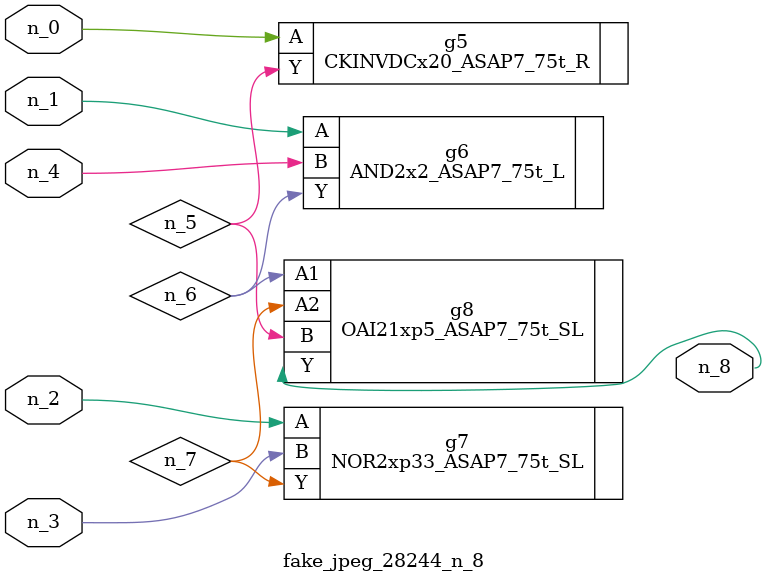
<source format=v>
module fake_jpeg_28244_n_8 (n_3, n_2, n_1, n_0, n_4, n_8);

input n_3;
input n_2;
input n_1;
input n_0;
input n_4;

output n_8;

wire n_6;
wire n_5;
wire n_7;

CKINVDCx20_ASAP7_75t_R g5 ( 
.A(n_0),
.Y(n_5)
);

AND2x2_ASAP7_75t_L g6 ( 
.A(n_1),
.B(n_4),
.Y(n_6)
);

NOR2xp33_ASAP7_75t_SL g7 ( 
.A(n_2),
.B(n_3),
.Y(n_7)
);

OAI21xp5_ASAP7_75t_SL g8 ( 
.A1(n_6),
.A2(n_7),
.B(n_5),
.Y(n_8)
);


endmodule
</source>
